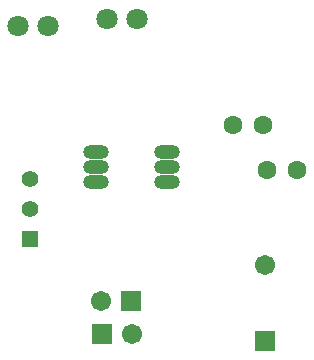
<source format=gbs>
G04*
G04 #@! TF.GenerationSoftware,Altium Limited,Altium Designer,21.8.1 (53)*
G04*
G04 Layer_Color=16711935*
%FSLAX25Y25*%
%MOIN*%
G70*
G04*
G04 #@! TF.SameCoordinates,09E1DB28-DAEE-4E81-ADDD-69EA7BC9691D*
G04*
G04*
G04 #@! TF.FilePolarity,Negative*
G04*
G01*
G75*
%ADD16C,0.06312*%
%ADD17C,0.07099*%
%ADD18O,0.08674X0.04737*%
%ADD19O,0.08674X0.04737*%
%ADD20C,0.06706*%
%ADD21R,0.06706X0.06706*%
%ADD22R,0.06706X0.06706*%
%ADD23C,0.05524*%
%ADD24R,0.05524X0.05524*%
D16*
X411500Y335500D02*
D03*
X421500D02*
D03*
X400000Y350500D02*
D03*
X410000D02*
D03*
D17*
X328500Y383500D02*
D03*
X338500D02*
D03*
X358000Y386000D02*
D03*
X368000D02*
D03*
D18*
X354500Y331500D02*
D03*
X378000D02*
D03*
D19*
X354500Y336500D02*
D03*
Y341500D02*
D03*
X378000Y336500D02*
D03*
Y341500D02*
D03*
D20*
X410945Y303997D02*
D03*
X366500Y281000D02*
D03*
X356000Y292000D02*
D03*
D21*
X410945Y278406D02*
D03*
D22*
X356500Y281000D02*
D03*
X366000Y292000D02*
D03*
D23*
X332500Y332500D02*
D03*
Y322500D02*
D03*
D24*
Y312500D02*
D03*
M02*

</source>
